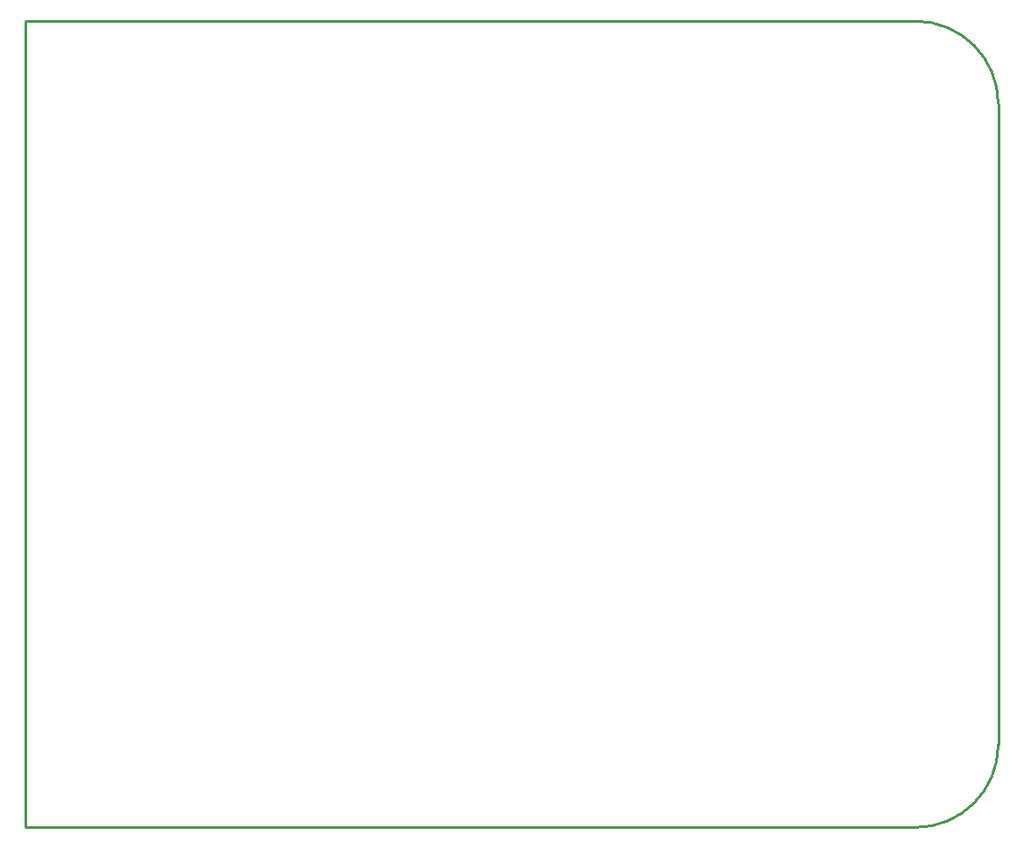
<source format=gbr>
%TF.GenerationSoftware,KiCad,Pcbnew,9.0.3*%
%TF.CreationDate,2025-08-25T11:29:22-05:00*%
%TF.ProjectId,controller,636f6e74-726f-46c6-9c65-722e6b696361,rev?*%
%TF.SameCoordinates,Original*%
%TF.FileFunction,Profile,NP*%
%FSLAX46Y46*%
G04 Gerber Fmt 4.6, Leading zero omitted, Abs format (unit mm)*
G04 Created by KiCad (PCBNEW 9.0.3) date 2025-08-25 11:29:22*
%MOMM*%
%LPD*%
G01*
G04 APERTURE LIST*
%TA.AperFunction,Profile*%
%ADD10C,0.254000*%
%TD*%
G04 APERTURE END LIST*
D10*
X-36000000Y-19000000D02*
X-36000000Y59000000D01*
X58000000Y-11000000D02*
G75*
G02*
X50000000Y-19000000I-8000000J0D01*
G01*
X50000000Y59000000D02*
G75*
G02*
X58000000Y51000000I0J-8000000D01*
G01*
X50000000Y59000000D02*
X-36000000Y59000000D01*
X58000000Y51000000D02*
X58000000Y-11000000D01*
X50000000Y-19000000D02*
X-36000000Y-19000000D01*
M02*

</source>
